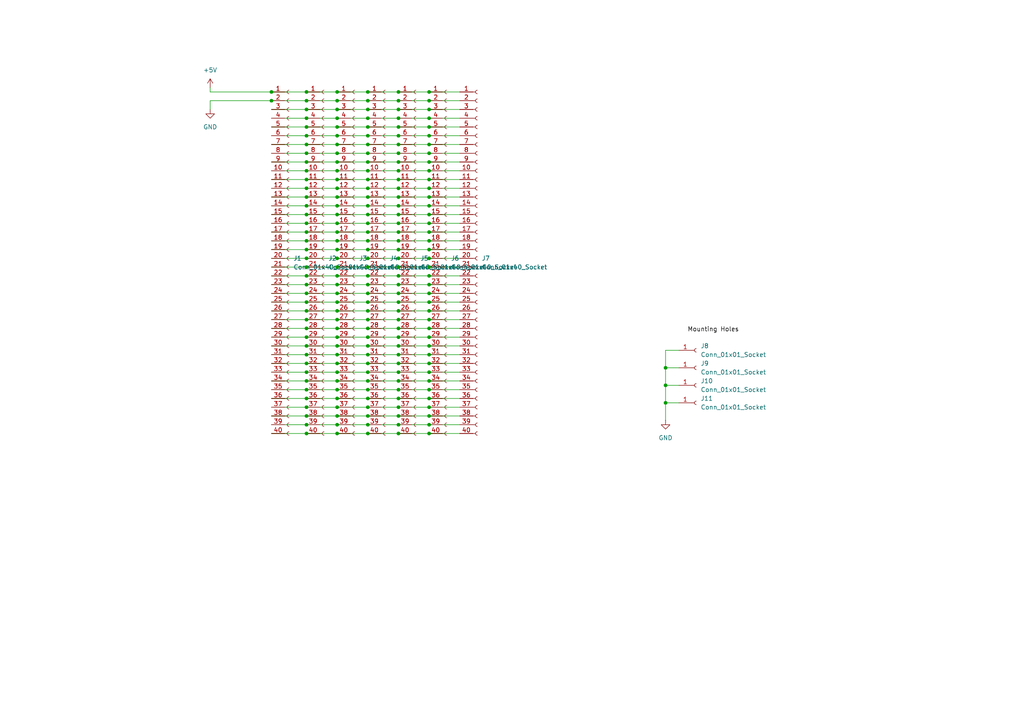
<source format=kicad_sch>
(kicad_sch (version 20231120) (generator "eeschema") (generator_version "8.0")
  (paper "A4")
  (lib_symbols
    (symbol "Connector:Conn_01x01_Socket" (pin_names (offset 1.016) hide)
      (property "Reference" "J" (at 0 2.54 0))
      (property "Value" "Conn_01x01_Socket" (at 0 -2.54 0))
      (symbol "Conn_01x01_Socket_1_1"
        (polyline (pts (xy -1.27 0) (xy -0.508 0)) (stroke (width 0.1524)))
        (arc (start 0 0.508) (mid -0.5058 0) (end 0 -0.508) (stroke (width 0.1524)))
        (pin passive line (at -5.08 0 0) (length 3.81) (name "Pin_1") (number "1"))
      )
    )
    (symbol "Connector:Conn_01x40_Socket" (pin_names (offset 1.016) hide)
      (property "Reference" "J" (at 0 50.8 0))
      (property "Value" "Conn_01x40_Socket" (at 0 -53.34 0))
      (symbol "Conn_01x40_Socket_1_1"
        (arc (start 0 -50.292) (mid -0.5058 -50.8) (end 0 -51.308) (stroke (width 0.1524)))
        (arc (start 0 -47.752) (mid -0.5058 -48.26) (end 0 -48.768) (stroke (width 0.1524)))
        (arc (start 0 -45.212) (mid -0.5058 -45.72) (end 0 -46.228) (stroke (width 0.1524)))
        (arc (start 0 -42.672) (mid -0.5058 -43.18) (end 0 -43.688) (stroke (width 0.1524)))
        (arc (start 0 -40.132) (mid -0.5058 -40.64) (end 0 -41.148) (stroke (width 0.1524)))
        (arc (start 0 -37.592) (mid -0.5058 -38.1) (end 0 -38.608) (stroke (width 0.1524)))
        (arc (start 0 -35.052) (mid -0.5058 -35.56) (end 0 -36.068) (stroke (width 0.1524)))
        (arc (start 0 -32.512) (mid -0.5058 -33.02) (end 0 -33.528) (stroke (width 0.1524)))
        (arc (start 0 -29.972) (mid -0.5058 -30.48) (end 0 -30.988) (stroke (width 0.1524)))
        (arc (start 0 -27.432) (mid -0.5058 -27.94) (end 0 -28.448) (stroke (width 0.1524)))
        (arc (start 0 -24.892) (mid -0.5058 -25.4) (end 0 -25.908) (stroke (width 0.1524)))
        (arc (start 0 -22.352) (mid -0.5058 -22.86) (end 0 -23.368) (stroke (width 0.1524)))
        (arc (start 0 -19.812) (mid -0.5058 -20.32) (end 0 -20.828) (stroke (width 0.1524)))
        (arc (start 0 -17.272) (mid -0.5058 -17.78) (end 0 -18.288) (stroke (width 0.1524)))
        (arc (start 0 -14.732) (mid -0.5058 -15.24) (end 0 -15.748) (stroke (width 0.1524)))
        (arc (start 0 -12.192) (mid -0.5058 -12.7) (end 0 -13.208) (stroke (width 0.1524)))
        (arc (start 0 -9.652) (mid -0.5058 -10.16) (end 0 -10.668) (stroke (width 0.1524)))
        (arc (start 0 -7.112) (mid -0.5058 -7.62) (end 0 -8.128) (stroke (width 0.1524)))
        (arc (start 0 -4.572) (mid -0.5058 -5.08) (end 0 -5.588) (stroke (width 0.1524)))
        (arc (start 0 -2.032) (mid -0.5058 -2.54) (end 0 -3.048) (stroke (width 0.1524)))
        (polyline (pts (xy -1.27 -50.8) (xy -0.508 -50.8)) (stroke (width 0.1524)))
        (polyline (pts (xy -1.27 -48.26) (xy -0.508 -48.26)) (stroke (width 0.1524)))
        (polyline (pts (xy -1.27 -45.72) (xy -0.508 -45.72)) (stroke (width 0.1524)))
        (polyline (pts (xy -1.27 -43.18) (xy -0.508 -43.18)) (stroke (width 0.1524)))
        (polyline (pts (xy -1.27 -40.64) (xy -0.508 -40.64)) (stroke (width 0.1524)))
        (polyline (pts (xy -1.27 -38.1) (xy -0.508 -38.1)) (stroke (width 0.1524)))
        (polyline (pts (xy -1.27 -35.56) (xy -0.508 -35.56)) (stroke (width 0.1524)))
        (polyline (pts (xy -1.27 -33.02) (xy -0.508 -33.02)) (stroke (width 0.1524)))
        (polyline (pts (xy -1.27 -30.48) (xy -0.508 -30.48)) (stroke (width 0.1524)))
        (polyline (pts (xy -1.27 -27.94) (xy -0.508 -27.94)) (stroke (width 0.1524)))
        (polyline (pts (xy -1.27 -25.4) (xy -0.508 -25.4)) (stroke (width 0.1524)))
        (polyline (pts (xy -1.27 -22.86) (xy -0.508 -22.86)) (stroke (width 0.1524)))
        (polyline (pts (xy -1.27 -20.32) (xy -0.508 -20.32)) (stroke (width 0.1524)))
        (polyline (pts (xy -1.27 -17.78) (xy -0.508 -17.78)) (stroke (width 0.1524)))
        (polyline (pts (xy -1.27 -15.24) (xy -0.508 -15.24)) (stroke (width 0.1524)))
        (polyline (pts (xy -1.27 -12.7) (xy -0.508 -12.7)) (stroke (width 0.1524)))
        (polyline (pts (xy -1.27 -10.16) (xy -0.508 -10.16)) (stroke (width 0.1524)))
        (polyline (pts (xy -1.27 -7.62) (xy -0.508 -7.62)) (stroke (width 0.1524)))
        (polyline (pts (xy -1.27 -5.08) (xy -0.508 -5.08)) (stroke (width 0.1524)))
        (polyline (pts (xy -1.27 -2.54) (xy -0.508 -2.54)) (stroke (width 0.1524)))
        (polyline (pts (xy -1.27 0) (xy -0.508 0)) (stroke (width 0.1524)))
        (polyline (pts (xy -1.27 2.54) (xy -0.508 2.54)) (stroke (width 0.1524)))
        (polyline (pts (xy -1.27 5.08) (xy -0.508 5.08)) (stroke (width 0.1524)))
        (polyline (pts (xy -1.27 7.62) (xy -0.508 7.62)) (stroke (width 0.1524)))
        (polyline (pts (xy -1.27 10.16) (xy -0.508 10.16)) (stroke (width 0.1524)))
        (polyline (pts (xy -1.27 12.7) (xy -0.508 12.7)) (stroke (width 0.1524)))
        (polyline (pts (xy -1.27 15.24) (xy -0.508 15.24)) (stroke (width 0.1524)))
        (polyline (pts (xy -1.27 17.78) (xy -0.508 17.78)) (stroke (width 0.1524)))
        (polyline (pts (xy -1.27 20.32) (xy -0.508 20.32)) (stroke (width 0.1524)))
        (polyline (pts (xy -1.27 22.86) (xy -0.508 22.86)) (stroke (width 0.1524)))
        (polyline (pts (xy -1.27 25.4) (xy -0.508 25.4)) (stroke (width 0.1524)))
        (polyline (pts (xy -1.27 27.94) (xy -0.508 27.94)) (stroke (width 0.1524)))
        (polyline (pts (xy -1.27 30.48) (xy -0.508 30.48)) (stroke (width 0.1524)))
        (polyline (pts (xy -1.27 33.02) (xy -0.508 33.02)) (stroke (width 0.1524)))
        (polyline (pts (xy -1.27 35.56) (xy -0.508 35.56)) (stroke (width 0.1524)))
        (polyline (pts (xy -1.27 38.1) (xy -0.508 38.1)) (stroke (width 0.1524)))
        (polyline (pts (xy -1.27 40.64) (xy -0.508 40.64)) (stroke (width 0.1524)))
        (polyline (pts (xy -1.27 43.18) (xy -0.508 43.18)) (stroke (width 0.1524)))
        (polyline (pts (xy -1.27 45.72) (xy -0.508 45.72)) (stroke (width 0.1524)))
        (polyline (pts (xy -1.27 48.26) (xy -0.508 48.26)) (stroke (width 0.1524)))
        (arc (start 0 0.508) (mid -0.5058 0) (end 0 -0.508) (stroke (width 0.1524)))
        (arc (start 0 3.048) (mid -0.5058 2.54) (end 0 2.032) (stroke (width 0.1524)))
        (arc (start 0 5.588) (mid -0.5058 5.08) (end 0 4.572) (stroke (width 0.1524)))
        (arc (start 0 8.128) (mid -0.5058 7.62) (end 0 7.112) (stroke (width 0.1524)))
        (arc (start 0 10.668) (mid -0.5058 10.16) (end 0 9.652) (stroke (width 0.1524)))
        (arc (start 0 13.208) (mid -0.5058 12.7) (end 0 12.192) (stroke (width 0.1524)))
        (arc (start 0 15.748) (mid -0.5058 15.24) (end 0 14.732) (stroke (width 0.1524)))
        (arc (start 0 18.288) (mid -0.5058 17.78) (end 0 17.272) (stroke (width 0.1524)))
        (arc (start 0 20.828) (mid -0.5058 20.32) (end 0 19.812) (stroke (width 0.1524)))
        (arc (start 0 23.368) (mid -0.5058 22.86) (end 0 22.352) (stroke (width 0.1524)))
        (arc (start 0 25.908) (mid -0.5058 25.4) (end 0 24.892) (stroke (width 0.1524)))
        (arc (start 0 28.448) (mid -0.5058 27.94) (end 0 27.432) (stroke (width 0.1524)))
        (arc (start 0 30.988) (mid -0.5058 30.48) (end 0 29.972) (stroke (width 0.1524)))
        (arc (start 0 33.528) (mid -0.5058 33.02) (end 0 32.512) (stroke (width 0.1524)))
        (arc (start 0 36.068) (mid -0.5058 35.56) (end 0 35.052) (stroke (width 0.1524)))
        (arc (start 0 38.608) (mid -0.5058 38.1) (end 0 37.592) (stroke (width 0.1524)))
        (arc (start 0 41.148) (mid -0.5058 40.64) (end 0 40.132) (stroke (width 0.1524)))
        (arc (start 0 43.688) (mid -0.5058 43.18) (end 0 42.672) (stroke (width 0.1524)))
        (arc (start 0 46.228) (mid -0.5058 45.72) (end 0 45.212) (stroke (width 0.1524)))
        (arc (start 0 48.768) (mid -0.5058 48.26) (end 0 47.752) (stroke (width 0.1524)))
        (pin passive line (at -5.08 48.26 0) (length 3.81) (name "Pin_1") (number "1"))
        (pin passive line (at -5.08 25.4 0) (length 3.81) (name "Pin_10") (number "10"))
        (pin passive line (at -5.08 22.86 0) (length 3.81) (name "Pin_11") (number "11"))
        (pin passive line (at -5.08 20.32 0) (length 3.81) (name "Pin_12") (number "12"))
        (pin passive line (at -5.08 17.78 0) (length 3.81) (name "Pin_13") (number "13"))
        (pin passive line (at -5.08 15.24 0) (length 3.81) (name "Pin_14") (number "14"))
        (pin passive line (at -5.08 12.7 0) (length 3.81) (name "Pin_15") (number "15"))
        (pin passive line (at -5.08 10.16 0) (length 3.81) (name "Pin_16") (number "16"))
        (pin passive line (at -5.08 7.62 0) (length 3.81) (name "Pin_17") (number "17"))
        (pin passive line (at -5.08 5.08 0) (length 3.81) (name "Pin_18") (number "18"))
        (pin passive line (at -5.08 2.54 0) (length 3.81) (name "Pin_19") (number "19"))
        (pin passive line (at -5.08 45.72 0) (length 3.81) (name "Pin_2") (number "2"))
        (pin passive line (at -5.08 0 0) (length 3.81) (name "Pin_20") (number "20"))
        (pin passive line (at -5.08 -2.54 0) (length 3.81) (name "Pin_21") (number "21"))
        (pin passive line (at -5.08 -5.08 0) (length 3.81) (name "Pin_22") (number "22"))
        (pin passive line (at -5.08 -7.62 0) (length 3.81) (name "Pin_23") (number "23"))
        (pin passive line (at -5.08 -10.16 0) (length 3.81) (name "Pin_24") (number "24"))
        (pin passive line (at -5.08 -12.7 0) (length 3.81) (name "Pin_25") (number "25"))
        (pin passive line (at -5.08 -15.24 0) (length 3.81) (name "Pin_26") (number "26"))
        (pin passive line (at -5.08 -17.78 0) (length 3.81) (name "Pin_27") (number "27"))
        (pin passive line (at -5.08 -20.32 0) (length 3.81) (name "Pin_28") (number "28"))
        (pin passive line (at -5.08 -22.86 0) (length 3.81) (name "Pin_29") (number "29"))
        (pin passive line (at -5.08 43.18 0) (length 3.81) (name "Pin_3") (number "3"))
        (pin passive line (at -5.08 -25.4 0) (length 3.81) (name "Pin_30") (number "30"))
        (pin passive line (at -5.08 -27.94 0) (length 3.81) (name "Pin_31") (number "31"))
        (pin passive line (at -5.08 -30.48 0) (length 3.81) (name "Pin_32") (number "32"))
        (pin passive line (at -5.08 -33.02 0) (length 3.81) (name "Pin_33") (number "33"))
        (pin passive line (at -5.08 -35.56 0) (length 3.81) (name "Pin_34") (number "34"))
        (pin passive line (at -5.08 -38.1 0) (length 3.81) (name "Pin_35") (number "35"))
        (pin passive line (at -5.08 -40.64 0) (length 3.81) (name "Pin_36") (number "36"))
        (pin passive line (at -5.08 -43.18 0) (length 3.81) (name "Pin_37") (number "37"))
        (pin passive line (at -5.08 -45.72 0) (length 3.81) (name "Pin_38") (number "38"))
        (pin passive line (at -5.08 -48.26 0) (length 3.81) (name "Pin_39") (number "39"))
        (pin passive line (at -5.08 40.64 0) (length 3.81) (name "Pin_4") (number "4"))
        (pin passive line (at -5.08 -50.8 0) (length 3.81) (name "Pin_40") (number "40"))
        (pin passive line (at -5.08 38.1 0) (length 3.81) (name "Pin_5") (number "5"))
        (pin passive line (at -5.08 35.56 0) (length 3.81) (name "Pin_6") (number "6"))
        (pin passive line (at -5.08 33.02 0) (length 3.81) (name "Pin_7") (number "7"))
        (pin passive line (at -5.08 30.48 0) (length 3.81) (name "Pin_8") (number "8"))
        (pin passive line (at -5.08 27.94 0) (length 3.81) (name "Pin_9") (number "9"))
      )
    )
    (symbol "power:+5V" (power) (pin_numbers hide) (pin_names (offset 0) hide)
      (property "Value" "+5V" (at 0 3.556 0))
      (symbol "+5V_0_1"
        (polyline (pts (xy -0.762 1.27) (xy 0 2.54)))
        (polyline (pts (xy 0 0) (xy 0 2.54)))
        (polyline (pts (xy 0 2.54) (xy 0.762 1.27)))
      )
      (symbol "+5V_1_1"
        (pin power_in line (at 0 0 90) (length 0) (name "~") (number "1"))
      )
    )
    (symbol "power:GND" (power) (pin_numbers hide) (pin_names (offset 0) hide)
      (property "Value" "GND" (at 0 -3.81 0))
      (symbol "GND_0_1"
        (polyline (pts (xy 0 0) (xy 0 -1.27) (xy 1.27 -1.27) (xy 0 -2.54) (xy -1.27 -1.27) (xy 0 -1.27)))
      )
      (symbol "GND_1_1"
        (pin power_in line (at 0 0 270) (length 0) (name "~") (number "1"))
      )
    )
  )
  (junction (at 124.46 59.69))
  (junction (at 88.9 34.29))
  (junction (at 97.79 95.25))
  (junction (at 97.79 110.49))
  (junction (at 88.9 52.07))
  (junction (at 124.46 87.63))
  (junction (at 124.46 115.57))
  (junction (at 97.79 100.33))
  (junction (at 115.57 64.77))
  (junction (at 106.68 107.95))
  (junction (at 97.79 80.01))
  (junction (at 193.04 106.68))
  (junction (at 88.9 105.41))
  (junction (at 88.9 54.61))
  (junction (at 106.68 29.21))
  (junction (at 97.79 87.63))
  (junction (at 115.57 49.53))
  (junction (at 115.57 54.61))
  (junction (at 97.79 82.55))
  (junction (at 88.9 95.25))
  (junction (at 106.68 44.45))
  (junction (at 124.46 36.83))
  (junction (at 106.68 74.93))
  (junction (at 88.9 80.01))
  (junction (at 88.9 107.95))
  (junction (at 88.9 74.93))
  (junction (at 124.46 54.61))
  (junction (at 106.68 105.41))
  (junction (at 124.46 120.65))
  (junction (at 115.57 92.71))
  (junction (at 88.9 49.53))
  (junction (at 97.79 57.15))
  (junction (at 97.79 31.75))
  (junction (at 115.57 57.15))
  (junction (at 115.57 110.49))
  (junction (at 106.68 97.79))
  (junction (at 115.57 87.63))
  (junction (at 106.68 85.09))
  (junction (at 88.9 29.21))
  (junction (at 97.79 46.99))
  (junction (at 124.46 85.09))
  (junction (at 88.9 67.31))
  (junction (at 106.68 82.55))
  (junction (at 106.68 95.25))
  (junction (at 97.79 120.65))
  (junction (at 124.46 57.15))
  (junction (at 106.68 64.77))
  (junction (at 88.9 113.03))
  (junction (at 106.68 100.33))
  (junction (at 88.9 110.49))
  (junction (at 124.46 64.77))
  (junction (at 88.9 46.99))
  (junction (at 106.68 39.37))
  (junction (at 115.57 123.19))
  (junction (at 124.46 100.33))
  (junction (at 115.57 77.47))
  (junction (at 97.79 69.85))
  (junction (at 115.57 120.65))
  (junction (at 97.79 59.69))
  (junction (at 106.68 90.17))
  (junction (at 115.57 59.69))
  (junction (at 106.68 57.15))
  (junction (at 124.46 52.07))
  (junction (at 97.79 123.19))
  (junction (at 106.68 31.75))
  (junction (at 124.46 67.31))
  (junction (at 97.79 36.83))
  (junction (at 88.9 41.91))
  (junction (at 106.68 72.39))
  (junction (at 124.46 74.93))
  (junction (at 88.9 57.15))
  (junction (at 106.68 120.65))
  (junction (at 106.68 54.61))
  (junction (at 106.68 113.03))
  (junction (at 97.79 26.67))
  (junction (at 115.57 125.73))
  (junction (at 97.79 125.73))
  (junction (at 124.46 123.19))
  (junction (at 88.9 77.47))
  (junction (at 88.9 62.23))
  (junction (at 88.9 87.63))
  (junction (at 115.57 72.39))
  (junction (at 115.57 118.11))
  (junction (at 88.9 115.57))
  (junction (at 88.9 97.79))
  (junction (at 97.79 102.87))
  (junction (at 97.79 39.37))
  (junction (at 106.68 59.69))
  (junction (at 115.57 82.55))
  (junction (at 115.57 69.85))
  (junction (at 88.9 31.75))
  (junction (at 97.79 90.17))
  (junction (at 124.46 26.67))
  (junction (at 115.57 62.23))
  (junction (at 124.46 107.95))
  (junction (at 115.57 39.37))
  (junction (at 124.46 102.87))
  (junction (at 88.9 92.71))
  (junction (at 97.79 41.91))
  (junction (at 124.46 62.23))
  (junction (at 106.68 41.91))
  (junction (at 97.79 44.45))
  (junction (at 124.46 118.11))
  (junction (at 88.9 120.65))
  (junction (at 124.46 95.25))
  (junction (at 115.57 102.87))
  (junction (at 88.9 82.55))
  (junction (at 97.79 54.61))
  (junction (at 88.9 64.77))
  (junction (at 88.9 39.37))
  (junction (at 193.04 116.84))
  (junction (at 88.9 72.39))
  (junction (at 124.46 46.99))
  (junction (at 97.79 113.03))
  (junction (at 106.68 110.49))
  (junction (at 97.79 115.57))
  (junction (at 124.46 31.75))
  (junction (at 115.57 34.29))
  (junction (at 106.68 52.07))
  (junction (at 97.79 118.11))
  (junction (at 97.79 64.77))
  (junction (at 115.57 97.79))
  (junction (at 97.79 72.39))
  (junction (at 124.46 110.49))
  (junction (at 106.68 125.73))
  (junction (at 97.79 97.79))
  (junction (at 106.68 87.63))
  (junction (at 124.46 72.39))
  (junction (at 124.46 90.17))
  (junction (at 88.9 100.33))
  (junction (at 124.46 49.53))
  (junction (at 115.57 31.75))
  (junction (at 88.9 69.85))
  (junction (at 106.68 118.11))
  (junction (at 88.9 26.67))
  (junction (at 97.79 74.93))
  (junction (at 97.79 85.09))
  (junction (at 97.79 107.95))
  (junction (at 88.9 85.09))
  (junction (at 106.68 67.31))
  (junction (at 97.79 77.47))
  (junction (at 115.57 74.93))
  (junction (at 78.74 29.21))
  (junction (at 106.68 92.71))
  (junction (at 106.68 36.83))
  (junction (at 115.57 100.33))
  (junction (at 97.79 34.29))
  (junction (at 115.57 36.83))
  (junction (at 88.9 118.11))
  (junction (at 124.46 125.73))
  (junction (at 115.57 41.91))
  (junction (at 106.68 77.47))
  (junction (at 124.46 34.29))
  (junction (at 97.79 92.71))
  (junction (at 124.46 105.41))
  (junction (at 124.46 77.47))
  (junction (at 115.57 52.07))
  (junction (at 115.57 95.25))
  (junction (at 124.46 97.79))
  (junction (at 106.68 123.19))
  (junction (at 88.9 125.73))
  (junction (at 88.9 59.69))
  (junction (at 106.68 34.29))
  (junction (at 124.46 44.45))
  (junction (at 115.57 115.57))
  (junction (at 106.68 62.23))
  (junction (at 124.46 113.03))
  (junction (at 97.79 52.07))
  (junction (at 97.79 49.53))
  (junction (at 88.9 102.87))
  (junction (at 115.57 46.99))
  (junction (at 88.9 90.17))
  (junction (at 97.79 62.23))
  (junction (at 97.79 67.31))
  (junction (at 88.9 36.83))
  (junction (at 115.57 113.03))
  (junction (at 124.46 39.37))
  (junction (at 193.04 111.76))
  (junction (at 106.68 26.67))
  (junction (at 115.57 29.21))
  (junction (at 124.46 92.71))
  (junction (at 115.57 85.09))
  (junction (at 115.57 26.67))
  (junction (at 124.46 69.85))
  (junction (at 106.68 80.01))
  (junction (at 115.57 105.41))
  (junction (at 106.68 69.85))
  (junction (at 115.57 90.17))
  (junction (at 106.68 115.57))
  (junction (at 97.79 105.41))
  (junction (at 106.68 49.53))
  (junction (at 124.46 41.91))
  (junction (at 115.57 44.45))
  (junction (at 106.68 46.99))
  (junction (at 106.68 102.87))
  (junction (at 115.57 67.31))
  (junction (at 124.46 82.55))
  (junction (at 88.9 123.19))
  (junction (at 124.46 29.21))
  (junction (at 88.9 44.45))
  (junction (at 78.74 26.67))
  (junction (at 115.57 107.95))
  (junction (at 97.79 29.21))
  (junction (at 124.46 80.01))
  (junction (at 115.57 80.01))
  (wire (pts (xy 196.85 111.76) (xy 193.04 111.76)))
  (wire (pts (xy 88.9 67.31) (xy 97.79 67.31)))
  (wire (pts (xy 124.46 41.91) (xy 133.35 41.91)))
  (wire (pts (xy 115.57 125.73) (xy 124.46 125.73)))
  (wire (pts (xy 88.9 46.99) (xy 97.79 46.99)))
  (wire (pts (xy 106.68 57.15) (xy 115.57 57.15)))
  (wire (pts (xy 124.46 102.87) (xy 133.35 102.87)))
  (wire (pts (xy 124.46 100.33) (xy 133.35 100.33)))
  (wire (pts (xy 124.46 29.21) (xy 133.35 29.21)))
  (wire (pts (xy 78.74 118.11) (xy 88.9 118.11)))
  (wire (pts (xy 78.74 90.17) (xy 88.9 90.17)))
  (wire (pts (xy 78.74 120.65) (xy 88.9 120.65)))
  (wire (pts (xy 88.9 57.15) (xy 97.79 57.15)))
  (wire (pts (xy 106.68 110.49) (xy 115.57 110.49)))
  (wire (pts (xy 97.79 105.41) (xy 106.68 105.41)))
  (wire (pts (xy 78.74 123.19) (xy 88.9 123.19)))
  (wire (pts (xy 124.46 72.39) (xy 133.35 72.39)))
  (wire (pts (xy 115.57 26.67) (xy 124.46 26.67)))
  (wire (pts (xy 88.9 123.19) (xy 97.79 123.19)))
  (wire (pts (xy 106.68 49.53) (xy 115.57 49.53)))
  (wire (pts (xy 196.85 106.68) (xy 193.04 106.68)))
  (wire (pts (xy 88.9 90.17) (xy 97.79 90.17)))
  (wire (pts (xy 78.74 100.33) (xy 88.9 100.33)))
  (wire (pts (xy 88.9 29.21) (xy 97.79 29.21)))
  (wire (pts (xy 97.79 26.67) (xy 106.68 26.67)))
  (wire (pts (xy 88.9 118.11) (xy 97.79 118.11)))
  (wire (pts (xy 106.68 64.77) (xy 115.57 64.77)))
  (wire (pts (xy 60.96 31.75) (xy 60.96 29.21)))
  (wire (pts (xy 88.9 34.29) (xy 97.79 34.29)))
  (wire (pts (xy 78.74 80.01) (xy 88.9 80.01)))
  (wire (pts (xy 78.74 92.71) (xy 88.9 92.71)))
  (wire (pts (xy 78.74 57.15) (xy 88.9 57.15)))
  (wire (pts (xy 88.9 39.37) (xy 97.79 39.37)))
  (wire (pts (xy 78.74 85.09) (xy 88.9 85.09)))
  (wire (pts (xy 124.46 107.95) (xy 133.35 107.95)))
  (wire (pts (xy 97.79 52.07) (xy 106.68 52.07)))
  (wire (pts (xy 88.9 26.67) (xy 97.79 26.67)))
  (wire (pts (xy 88.9 110.49) (xy 97.79 110.49)))
  (wire (pts (xy 106.68 90.17) (xy 115.57 90.17)))
  (wire (pts (xy 106.68 95.25) (xy 115.57 95.25)))
  (wire (pts (xy 106.68 74.93) (xy 115.57 74.93)))
  (wire (pts (xy 97.79 87.63) (xy 106.68 87.63)))
  (wire (pts (xy 106.68 85.09) (xy 115.57 85.09)))
  (wire (pts (xy 124.46 90.17) (xy 133.35 90.17)))
  (wire (pts (xy 97.79 69.85) (xy 106.68 69.85)))
  (wire (pts (xy 88.9 62.23) (xy 97.79 62.23)))
  (wire (pts (xy 124.46 80.01) (xy 133.35 80.01)))
  (wire (pts (xy 97.79 97.79) (xy 106.68 97.79)))
  (wire (pts (xy 115.57 115.57) (xy 124.46 115.57)))
  (wire (pts (xy 124.46 59.69) (xy 133.35 59.69)))
  (wire (pts (xy 106.68 125.73) (xy 115.57 125.73)))
  (wire (pts (xy 78.74 31.75) (xy 88.9 31.75)))
  (wire (pts (xy 115.57 67.31) (xy 124.46 67.31)))
  (wire (pts (xy 97.79 74.93) (xy 106.68 74.93)))
  (wire (pts (xy 115.57 87.63) (xy 124.46 87.63)))
  (wire (pts (xy 78.74 72.39) (xy 88.9 72.39)))
  (wire (pts (xy 124.46 92.71) (xy 133.35 92.71)))
  (wire (pts (xy 193.04 111.76) (xy 193.04 116.84)))
  (wire (pts (xy 124.46 34.29) (xy 133.35 34.29)))
  (wire (pts (xy 88.9 120.65) (xy 97.79 120.65)))
  (wire (pts (xy 106.68 44.45) (xy 115.57 44.45)))
  (wire (pts (xy 97.79 44.45) (xy 106.68 44.45)))
  (wire (pts (xy 115.57 64.77) (xy 124.46 64.77)))
  (wire (pts (xy 97.79 29.21) (xy 106.68 29.21)))
  (wire (pts (xy 97.79 46.99) (xy 106.68 46.99)))
  (wire (pts (xy 115.57 59.69) (xy 124.46 59.69)))
  (wire (pts (xy 115.57 46.99) (xy 124.46 46.99)))
  (wire (pts (xy 124.46 125.73) (xy 133.35 125.73)))
  (wire (pts (xy 78.74 113.03) (xy 88.9 113.03)))
  (wire (pts (xy 115.57 110.49) (xy 124.46 110.49)))
  (wire (pts (xy 106.68 77.47) (xy 115.57 77.47)))
  (wire (pts (xy 78.74 59.69) (xy 88.9 59.69)))
  (wire (pts (xy 115.57 80.01) (xy 124.46 80.01)))
  (wire (pts (xy 88.9 85.09) (xy 97.79 85.09)))
  (wire (pts (xy 124.46 113.03) (xy 133.35 113.03)))
  (wire (pts (xy 115.57 107.95) (xy 124.46 107.95)))
  (wire (pts (xy 88.9 95.25) (xy 97.79 95.25)))
  (wire (pts (xy 106.68 80.01) (xy 115.57 80.01)))
  (wire (pts (xy 88.9 97.79) (xy 97.79 97.79)))
  (wire (pts (xy 88.9 72.39) (xy 97.79 72.39)))
  (wire (pts (xy 88.9 52.07) (xy 97.79 52.07)))
  (wire (pts (xy 115.57 49.53) (xy 124.46 49.53)))
  (wire (pts (xy 97.79 49.53) (xy 106.68 49.53)))
  (wire (pts (xy 78.74 49.53) (xy 88.9 49.53)))
  (wire (pts (xy 106.68 36.83) (xy 115.57 36.83)))
  (wire (pts (xy 124.46 54.61) (xy 133.35 54.61)))
  (wire (pts (xy 106.68 46.99) (xy 115.57 46.99)))
  (wire (pts (xy 124.46 67.31) (xy 133.35 67.31)))
  (wire (pts (xy 97.79 77.47) (xy 106.68 77.47)))
  (wire (pts (xy 115.57 100.33) (xy 124.46 100.33)))
  (wire (pts (xy 97.79 31.75) (xy 106.68 31.75)))
  (wire (pts (xy 115.57 36.83) (xy 124.46 36.83)))
  (wire (pts (xy 78.74 82.55) (xy 88.9 82.55)))
  (wire (pts (xy 106.68 115.57) (xy 115.57 115.57)))
  (wire (pts (xy 97.79 110.49) (xy 106.68 110.49)))
  (wire (pts (xy 88.9 77.47) (xy 97.79 77.47)))
  (wire (pts (xy 124.46 49.53) (xy 133.35 49.53)))
  (wire (pts (xy 88.9 115.57) (xy 97.79 115.57)))
  (wire (pts (xy 124.46 110.49) (xy 133.35 110.49)))
  (wire (pts (xy 60.96 29.21) (xy 78.74 29.21)))
  (wire (pts (xy 78.74 69.85) (xy 88.9 69.85)))
  (wire (pts (xy 124.46 120.65) (xy 133.35 120.65)))
  (wire (pts (xy 106.68 39.37) (xy 115.57 39.37)))
  (wire (pts (xy 88.9 44.45) (xy 97.79 44.45)))
  (wire (pts (xy 193.04 106.68) (xy 193.04 111.76)))
  (wire (pts (xy 115.57 34.29) (xy 124.46 34.29)))
  (wire (pts (xy 88.9 69.85) (xy 97.79 69.85)))
  (wire (pts (xy 97.79 118.11) (xy 106.68 118.11)))
  (wire (pts (xy 115.57 120.65) (xy 124.46 120.65)))
  (wire (pts (xy 78.74 36.83) (xy 88.9 36.83)))
  (wire (pts (xy 115.57 92.71) (xy 124.46 92.71)))
  (wire (pts (xy 115.57 41.91) (xy 124.46 41.91)))
  (wire (pts (xy 106.68 113.03) (xy 115.57 113.03)))
  (wire (pts (xy 78.74 39.37) (xy 88.9 39.37)))
  (wire (pts (xy 124.46 57.15) (xy 133.35 57.15)))
  (wire (pts (xy 115.57 31.75) (xy 124.46 31.75)))
  (wire (pts (xy 124.46 69.85) (xy 133.35 69.85)))
  (wire (pts (xy 193.04 121.92) (xy 193.04 116.84)))
  (wire (pts (xy 106.68 82.55) (xy 115.57 82.55)))
  (wire (pts (xy 97.79 102.87) (xy 106.68 102.87)))
  (wire (pts (xy 97.79 41.91) (xy 106.68 41.91)))
  (wire (pts (xy 106.68 41.91) (xy 115.57 41.91)))
  (wire (pts (xy 88.9 64.77) (xy 97.79 64.77)))
  (wire (pts (xy 78.74 125.73) (xy 88.9 125.73)))
  (wire (pts (xy 97.79 115.57) (xy 106.68 115.57)))
  (wire (pts (xy 106.68 52.07) (xy 115.57 52.07)))
  (wire (pts (xy 196.85 101.6) (xy 193.04 101.6)))
  (wire (pts (xy 106.68 92.71) (xy 115.57 92.71)))
  (wire (pts (xy 106.68 102.87) (xy 115.57 102.87)))
  (wire (pts (xy 124.46 74.93) (xy 133.35 74.93)))
  (wire (pts (xy 88.9 31.75) (xy 97.79 31.75)))
  (wire (pts (xy 78.74 102.87) (xy 88.9 102.87)))
  (wire (pts (xy 115.57 105.41) (xy 124.46 105.41)))
  (wire (pts (xy 124.46 97.79) (xy 133.35 97.79)))
  (wire (pts (xy 97.79 92.71) (xy 106.68 92.71)))
  (wire (pts (xy 78.74 46.99) (xy 88.9 46.99)))
  (wire (pts (xy 88.9 80.01) (xy 97.79 80.01)))
  (wire (pts (xy 106.68 105.41) (xy 115.57 105.41)))
  (wire (pts (xy 97.79 34.29) (xy 106.68 34.29)))
  (wire (pts (xy 106.68 100.33) (xy 115.57 100.33)))
  (wire (pts (xy 115.57 118.11) (xy 124.46 118.11)))
  (wire (pts (xy 78.74 29.21) (xy 88.9 29.21)))
  (wire (pts (xy 88.9 125.73) (xy 97.79 125.73)))
  (wire (pts (xy 97.79 72.39) (xy 106.68 72.39)))
  (wire (pts (xy 115.57 77.47) (xy 124.46 77.47)))
  (wire (pts (xy 115.57 62.23) (xy 124.46 62.23)))
  (wire (pts (xy 97.79 64.77) (xy 106.68 64.77)))
  (wire (pts (xy 78.74 107.95) (xy 88.9 107.95)))
  (wire (pts (xy 78.74 74.93) (xy 88.9 74.93)))
  (wire (pts (xy 124.46 39.37) (xy 133.35 39.37)))
  (wire (pts (xy 78.74 110.49) (xy 88.9 110.49)))
  (wire (pts (xy 124.46 31.75) (xy 133.35 31.75)))
  (wire (pts (xy 78.74 67.31) (xy 88.9 67.31)))
  (wire (pts (xy 78.74 62.23) (xy 88.9 62.23)))
  (wire (pts (xy 97.79 107.95) (xy 106.68 107.95)))
  (wire (pts (xy 97.79 100.33) (xy 106.68 100.33)))
  (wire (pts (xy 115.57 44.45) (xy 124.46 44.45)))
  (wire (pts (xy 124.46 85.09) (xy 133.35 85.09)))
  (wire (pts (xy 88.9 102.87) (xy 97.79 102.87)))
  (wire (pts (xy 106.68 69.85) (xy 115.57 69.85)))
  (wire (pts (xy 88.9 36.83) (xy 97.79 36.83)))
  (wire (pts (xy 60.96 26.67) (xy 78.74 26.67)))
  (wire (pts (xy 97.79 59.69) (xy 106.68 59.69)))
  (wire (pts (xy 115.57 102.87) (xy 124.46 102.87)))
  (wire (pts (xy 106.68 97.79) (xy 115.57 97.79)))
  (wire (pts (xy 124.46 77.47) (xy 133.35 77.47)))
  (wire (pts (xy 115.57 95.25) (xy 124.46 95.25)))
  (wire (pts (xy 88.9 74.93) (xy 97.79 74.93)))
  (wire (pts (xy 97.79 62.23) (xy 106.68 62.23)))
  (wire (pts (xy 193.04 116.84) (xy 196.85 116.84)))
  (wire (pts (xy 97.79 67.31) (xy 106.68 67.31)))
  (wire (pts (xy 193.04 101.6) (xy 193.04 106.68)))
  (wire (pts (xy 124.46 52.07) (xy 133.35 52.07)))
  (wire (pts (xy 115.57 52.07) (xy 124.46 52.07)))
  (wire (pts (xy 97.79 120.65) (xy 106.68 120.65)))
  (wire (pts (xy 115.57 113.03) (xy 124.46 113.03)))
  (wire (pts (xy 106.68 26.67) (xy 115.57 26.67)))
  (wire (pts (xy 88.9 113.03) (xy 97.79 113.03)))
  (wire (pts (xy 97.79 54.61) (xy 106.68 54.61)))
  (wire (pts (xy 124.46 123.19) (xy 133.35 123.19)))
  (wire (pts (xy 78.74 26.67) (xy 88.9 26.67)))
  (wire (pts (xy 97.79 90.17) (xy 106.68 90.17)))
  (wire (pts (xy 124.46 26.67) (xy 133.35 26.67)))
  (wire (pts (xy 124.46 44.45) (xy 133.35 44.45)))
  (wire (pts (xy 97.79 95.25) (xy 106.68 95.25)))
  (wire (pts (xy 106.68 59.69) (xy 115.57 59.69)))
  (wire (pts (xy 115.57 72.39) (xy 124.46 72.39)))
  (wire (pts (xy 106.68 34.29) (xy 115.57 34.29)))
  (wire (pts (xy 88.9 100.33) (xy 97.79 100.33)))
  (wire (pts (xy 88.9 41.91) (xy 97.79 41.91)))
  (wire (pts (xy 88.9 92.71) (xy 97.79 92.71)))
  (wire (pts (xy 106.68 107.95) (xy 115.57 107.95)))
  (wire (pts (xy 78.74 87.63) (xy 88.9 87.63)))
  (wire (pts (xy 106.68 54.61) (xy 115.57 54.61)))
  (wire (pts (xy 124.46 95.25) (xy 133.35 95.25)))
  (wire (pts (xy 106.68 120.65) (xy 115.57 120.65)))
  (wire (pts (xy 88.9 82.55) (xy 97.79 82.55)))
  (wire (pts (xy 78.74 44.45) (xy 88.9 44.45)))
  (wire (pts (xy 97.79 57.15) (xy 106.68 57.15)))
  (wire (pts (xy 106.68 118.11) (xy 115.57 118.11)))
  (wire (pts (xy 106.68 123.19) (xy 115.57 123.19)))
  (wire (pts (xy 78.74 54.61) (xy 88.9 54.61)))
  (wire (pts (xy 97.79 39.37) (xy 106.68 39.37)))
  (wire (pts (xy 78.74 52.07) (xy 88.9 52.07)))
  (wire (pts (xy 78.74 95.25) (xy 88.9 95.25)))
  (wire (pts (xy 115.57 29.21) (xy 124.46 29.21)))
  (wire (pts (xy 124.46 115.57) (xy 133.35 115.57)))
  (wire (pts (xy 124.46 105.41) (xy 133.35 105.41)))
  (wire (pts (xy 115.57 90.17) (xy 124.46 90.17)))
  (wire (pts (xy 88.9 59.69) (xy 97.79 59.69)))
  (wire (pts (xy 124.46 87.63) (xy 133.35 87.63)))
  (wire (pts (xy 115.57 82.55) (xy 124.46 82.55)))
  (wire (pts (xy 78.74 64.77) (xy 88.9 64.77)))
  (wire (pts (xy 97.79 125.73) (xy 106.68 125.73)))
  (wire (pts (xy 78.74 105.41) (xy 88.9 105.41)))
  (wire (pts (xy 88.9 107.95) (xy 97.79 107.95)))
  (wire (pts (xy 124.46 64.77) (xy 133.35 64.77)))
  (wire (pts (xy 78.74 41.91) (xy 88.9 41.91)))
  (wire (pts (xy 106.68 31.75) (xy 115.57 31.75)))
  (wire (pts (xy 97.79 123.19) (xy 106.68 123.19)))
  (wire (pts (xy 78.74 77.47) (xy 88.9 77.47)))
  (wire (pts (xy 78.74 97.79) (xy 88.9 97.79)))
  (wire (pts (xy 115.57 85.09) (xy 124.46 85.09)))
  (wire (pts (xy 124.46 62.23) (xy 133.35 62.23)))
  (wire (pts (xy 88.9 105.41) (xy 97.79 105.41)))
  (wire (pts (xy 115.57 97.79) (xy 124.46 97.79)))
  (wire (pts (xy 115.57 39.37) (xy 124.46 39.37)))
  (wire (pts (xy 60.96 25.4) (xy 60.96 26.67)))
  (wire (pts (xy 78.74 115.57) (xy 88.9 115.57)))
  (wire (pts (xy 115.57 57.15) (xy 124.46 57.15)))
  (wire (pts (xy 88.9 49.53) (xy 97.79 49.53)))
  (wire (pts (xy 78.74 34.29) (xy 88.9 34.29)))
  (wire (pts (xy 97.79 36.83) (xy 106.68 36.83)))
  (wire (pts (xy 97.79 85.09) (xy 106.68 85.09)))
  (wire (pts (xy 115.57 54.61) (xy 124.46 54.61)))
  (wire (pts (xy 106.68 67.31) (xy 115.57 67.31)))
  (wire (pts (xy 106.68 87.63) (xy 115.57 87.63)))
  (wire (pts (xy 115.57 74.93) (xy 124.46 74.93)))
  (wire (pts (xy 124.46 36.83) (xy 133.35 36.83)))
  (wire (pts (xy 97.79 82.55) (xy 106.68 82.55)))
  (wire (pts (xy 106.68 62.23) (xy 115.57 62.23)))
  (wire (pts (xy 106.68 72.39) (xy 115.57 72.39)))
  (wire (pts (xy 97.79 113.03) (xy 106.68 113.03)))
  (wire (pts (xy 124.46 118.11) (xy 133.35 118.11)))
  (wire (pts (xy 124.46 82.55) (xy 133.35 82.55)))
  (wire (pts (xy 115.57 69.85) (xy 124.46 69.85)))
  (wire (pts (xy 106.68 29.21) (xy 115.57 29.21)))
  (wire (pts (xy 88.9 87.63) (xy 97.79 87.63)))
  (wire (pts (xy 115.57 123.19) (xy 124.46 123.19)))
  (wire (pts (xy 88.9 54.61) (xy 97.79 54.61)))
  (wire (pts (xy 124.46 46.99) (xy 133.35 46.99)))
  (wire (pts (xy 97.79 80.01) (xy 106.68 80.01)))
  (label "Mounting Holes" (at 199.39 96.52 0))
  (symbol (lib_id "Connector:Conn_01x40_Socket") (at 93.98 74.93 0) (unit 1)
    (property "Reference" "J2" (at 95.25 74.9299 0) (effects (justify left)))
    (property "Value" "Conn_01x40_Socket" (at 95.25 77.4699 0) (effects (justify left)))
    (property "Footprint" "Connector_PinSocket_2.54mm:PinSocket_1x40_P2.54mm_Vertical" (effects (hide yes)))
    (property "Description" "Generic connector, single row, 01x40, script generated" (effects (hide yes)))
  )
  (symbol (lib_id "Connector:Conn_01x40_Socket") (at 138.43 74.93 0) (unit 1)
    (property "Reference" "J7" (at 139.7 74.9299 0) (effects (justify left)))
    (property "Value" "Conn_01x40_Socket" (at 139.7 77.4699 0) (effects (justify left)))
    (property "Footprint" "Connector_PinSocket_2.54mm:PinSocket_1x40_P2.54mm_Vertical" (effects (hide yes)))
    (property "Description" "Generic connector, single row, 01x40, script generated" (effects (hide yes)))
  )
  (symbol (lib_id "power:GND") (at 193.04 121.92 0) (unit 1)
    (property "Reference" "#PWR03" (effects (hide yes)))
    (property "Value" "GND" (at 193.04 127 0))
    (property "Description" "Power symbol creates a global label with name \"GND\" , ground" (effects (hide yes)))
  )
  (symbol (lib_id "power:+5V") (at 60.96 25.4 0) (unit 1)
    (property "Reference" "#PWR02" (effects (hide yes)))
    (property "Value" "+5V" (at 60.96 20.32 0))
    (property "Description" "Power symbol creates a global label with name \"+5V\"" (effects (hide yes)))
  )
  (symbol (lib_id "Connector:Conn_01x40_Socket") (at 129.54 74.93 0) (unit 1)
    (property "Reference" "J6" (at 130.81 74.9299 0) (effects (justify left)))
    (property "Value" "Conn_01x40_Socket" (at 130.81 77.4699 0) (effects (justify left)))
    (property "Footprint" "Connector_PinSocket_2.54mm:PinSocket_1x40_P2.54mm_Vertical" (effects (hide yes)))
    (property "Description" "Generic connector, single row, 01x40, script generated" (effects (hide yes)))
  )
  (symbol (lib_id "Connector:Conn_01x40_Socket") (at 102.87 74.93 0) (unit 1)
    (property "Reference" "J3" (at 104.14 74.9299 0) (effects (justify left)))
    (property "Value" "Conn_01x40_Socket" (at 104.14 77.4699 0) (effects (justify left)))
    (property "Footprint" "Connector_PinSocket_2.54mm:PinSocket_1x40_P2.54mm_Vertical" (effects (hide yes)))
    (property "Description" "Generic connector, single row, 01x40, script generated" (effects (hide yes)))
  )
  (symbol (lib_id "Connector:Conn_01x40_Socket") (at 120.65 74.93 0) (unit 1)
    (property "Reference" "J5" (at 121.92 74.9299 0) (effects (justify left)))
    (property "Value" "Conn_01x40_Socket" (at 121.92 77.4699 0) (effects (justify left)))
    (property "Footprint" "Connector_PinSocket_2.54mm:PinSocket_1x40_P2.54mm_Vertical" (effects (hide yes)))
    (property "Description" "Generic connector, single row, 01x40, script generated" (effects (hide yes)))
  )
  (symbol (lib_id "power:GND") (at 60.96 31.75 0) (unit 1)
    (property "Reference" "#PWR01" (effects (hide yes)))
    (property "Value" "GND" (at 60.96 36.83 0))
    (property "Description" "Power symbol creates a global label with name \"GND\" , ground" (effects (hide yes)))
  )
  (symbol (lib_id "Connector:Conn_01x40_Socket") (at 111.76 74.93 0) (unit 1)
    (property "Reference" "J4" (at 113.03 74.9299 0) (effects (justify left)))
    (property "Value" "Conn_01x40_Socket" (at 113.03 77.4699 0) (effects (justify left)))
    (property "Footprint" "Connector_PinSocket_2.54mm:PinSocket_1x40_P2.54mm_Vertical" (effects (hide yes)))
    (property "Description" "Generic connector, single row, 01x40, script generated" (effects (hide yes)))
  )
  (symbol (lib_id "Connector:Conn_01x01_Socket") (at 201.93 101.6 0) (unit 1)
    (property "Reference" "J8" (at 203.2 100.3299 0) (effects (justify left)))
    (property "Value" "Conn_01x01_Socket" (at 203.2 102.8699 0) (effects (justify left)))
    (property "Footprint" "MountingHole:MountingHole_4.3mm_M4_ISO7380_Pad" (effects (hide yes)))
    (property "Description" "Generic connector, single row, 01x01, script generated" (effects (hide yes)))
  )
  (symbol (lib_id "Connector:Conn_01x01_Socket") (at 201.93 116.84 0) (unit 1)
    (property "Reference" "J11" (at 203.2 115.5699 0) (effects (justify left)))
    (property "Value" "Conn_01x01_Socket" (at 203.2 118.1099 0) (effects (justify left)))
    (property "Footprint" "MountingHole:MountingHole_4.3mm_M4_DIN965_Pad" (effects (hide yes)))
    (property "Description" "Generic connector, single row, 01x01, script generated" (effects (hide yes)))
  )
  (symbol (lib_id "Connector:Conn_01x40_Socket") (at 83.82 74.93 0) (unit 1)
    (property "Reference" "J1" (at 85.09 74.9299 0) (effects (justify left)))
    (property "Value" "Conn_01x40_Socket" (at 85.09 77.4699 0) (effects (justify left)))
    (property "Footprint" "Connector_PinSocket_2.54mm:PinSocket_1x40_P2.54mm_Vertical" (effects (hide yes)))
    (property "Description" "Generic connector, single row, 01x40, script generated" (effects (hide yes)))
  )
  (symbol (lib_id "Connector:Conn_01x01_Socket") (at 201.93 111.76 0) (unit 1)
    (property "Reference" "J10" (at 203.2 110.4899 0) (effects (justify left)))
    (property "Value" "Conn_01x01_Socket" (at 203.2 113.0299 0) (effects (justify left)))
    (property "Footprint" "MountingHole:MountingHole_4.3mm_M4_DIN965_Pad" (effects (hide yes)))
    (property "Description" "Generic connector, single row, 01x01, script generated" (effects (hide yes)))
  )
  (symbol (lib_id "Connector:Conn_01x01_Socket") (at 201.93 106.68 0) (unit 1)
    (property "Reference" "J9" (at 203.2 105.4099 0) (effects (justify left)))
    (property "Value" "Conn_01x01_Socket" (at 203.2 107.9499 0) (effects (justify left)))
    (property "Footprint" "MountingHole:MountingHole_4.3mm_M4_DIN965_Pad" (effects (hide yes)))
    (property "Description" "Generic connector, single row, 01x01, script generated" (effects (hide yes)))
  )
)
</source>
